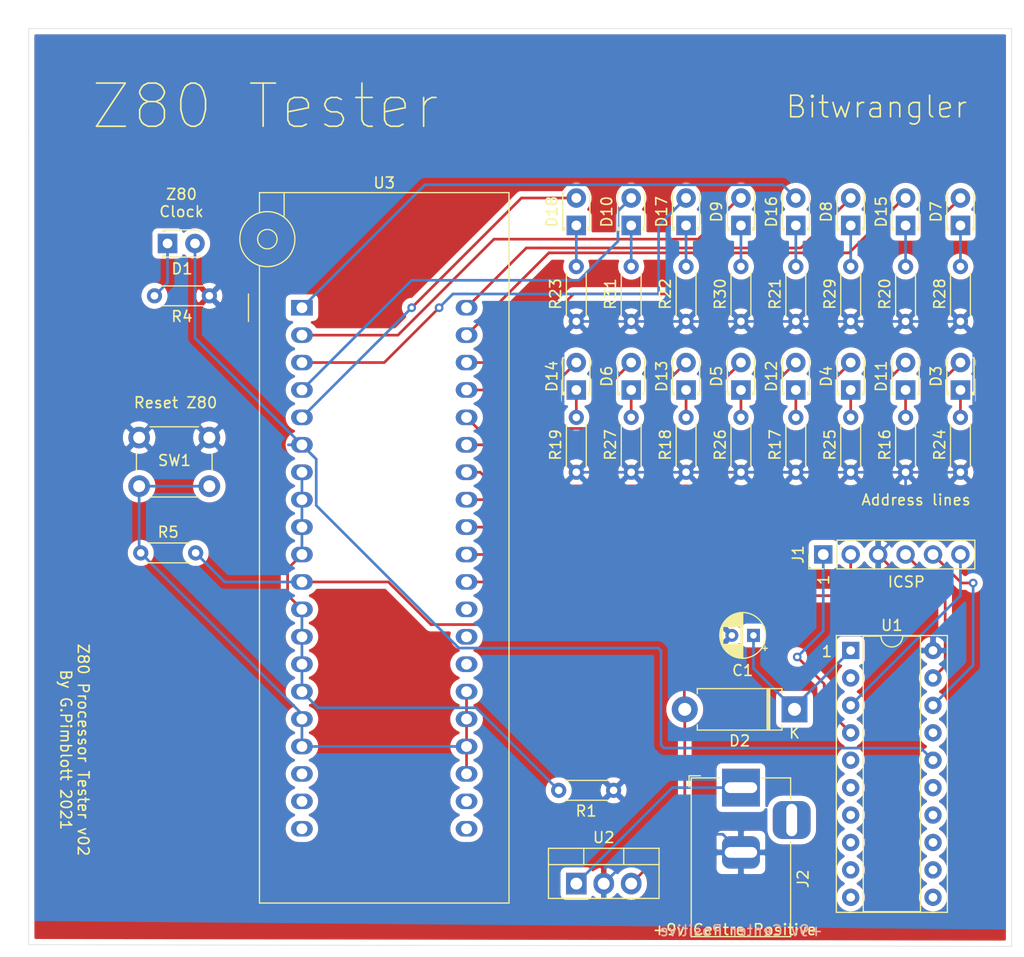
<source format=kicad_pcb>
(kicad_pcb (version 20171130) (host pcbnew "(5.1.6)-1")
  (title_block (title "Z80 Processor tester") (date 2021-01-18) (rev v02) (comment 3 "License: ") (comment 4 "Author: G.Pimblott"))
  (layers (0 F.Cu signal) (31 B.Cu signal) (34 B.Paste user hide) (35 F.Paste user hide) (36 B.SilkS user hide) (37 F.SilkS user) (38 B.Mask user hide) (39 F.Mask user hide) (44 Edge.Cuts user hide))
  (net 0 "")
  (net 1 GND)
  (net 2 "Net-(C1-Pad1)")
  (net 3 Clock)
  (net 4 "Net-(D1-Pad1)")
  (net 5 5v)
  (net 6 "Net-(D3-Pad2)")
  (net 7 "Net-(D3-Pad1)")
  (net 8 "Net-(D4-Pad2)")
  (net 9 "Net-(D4-Pad1)")
  (net 10 "Net-(D5-Pad2)")
  (net 11 "Net-(D5-Pad1)")
  (net 12 "Net-(D6-Pad2)")
  (net 13 "Net-(D6-Pad1)")
  (net 14 "Net-(D7-Pad2)")
  (net 15 "Net-(D7-Pad1)")
  (net 16 "Net-(D8-Pad2)")
  (net 17 "Net-(D8-Pad1)")
  (net 18 "Net-(D9-Pad2)")
  (net 19 "Net-(D9-Pad1)")
  (net 20 "Net-(D10-Pad2)")
  (net 21 "Net-(D10-Pad1)")
  (net 22 "Net-(D11-Pad2)")
  (net 23 "Net-(D11-Pad1)")
  (net 24 "Net-(D12-Pad2)")
  (net 25 "Net-(D12-Pad1)")
  (net 26 "Net-(D13-Pad2)")
  (net 27 "Net-(D13-Pad1)")
  (net 28 "Net-(D14-Pad2)")
  (net 29 "Net-(D14-Pad1)")
  (net 30 "Net-(D15-Pad2)")
  (net 31 "Net-(D15-Pad1)")
  (net 32 "Net-(D16-Pad2)")
  (net 33 "Net-(D16-Pad1)")
  (net 34 "Net-(D17-Pad2)")
  (net 35 "Net-(D17-Pad1)")
  (net 36 "Net-(D18-Pad2)")
  (net 37 "Net-(D18-Pad1)")
  (net 38 LVP)
  (net 39 ICSPCLK)
  (net 40 ICSPDAT)
  (net 41 MCLR)
  (net 42 "Net-(J2-Pad1)")
  (net 43 "Net-(U1-Pad10)")
  (net 44 "Net-(U1-Pad9)")
  (net 45 "Net-(U1-Pad8)")
  (net 46 "Net-(U1-Pad17)")
  (net 47 "Net-(U1-Pad7)")
  (net 48 "Net-(U1-Pad6)")
  (net 49 "Net-(U1-Pad15)")
  (net 50 "Net-(U1-Pad5)")
  (net 51 "Net-(U1-Pad14)")
  (net 52 "Net-(U1-Pad13)")
  (net 53 "Net-(U1-Pad12)")
  (net 54 "Net-(U1-Pad2)")
  (net 55 "Net-(U1-Pad11)")
  (net 56 "Net-(U3-Pad21)")
  (net 57 "Net-(U3-Pad20)")
  (net 58 "Net-(U3-Pad22)")
  (net 59 "Net-(U3-Pad19)")
  (net 60 "Net-(U3-Pad18)")
  (net 61 "Net-(U3-Pad27)")
  (net 62 "Net-(U3-Pad28)")
  (net 63 PullUp)
  (net 64 PullDown)
  (net 65 "Net-(U3-Pad29)")
  (module Connector_BarrelJack:BarrelJack_Horizontal (layer F.Cu) (at 164.04 122.75 90)
    (fp_text reference J2 (at -8.45 5.75 90) (layer F.SilkS))
    (fp_text value Barrel_Jack)
    (pad 3 thru_hole roundrect (at -3 4.7 90) (size 3.5 3.5) (drill oval 3 1) (layers *.Cu *.Mask))
    (pad 2 thru_hole roundrect (at -6 0 90) (size 3 3.5) (drill oval 1 3) (layers *.Cu *.Mask) (net 1 GND))
    (pad 1 thru_hole rect (at 0 0 90) (size 3.5 3.5) (drill oval 1 3) (layers *.Cu *.Mask) (net 42 "Net-(J2-Pad1)"))
  )
  (module Resistor_THT:R_Axial_DIN0204_L3.6mm_D1.6mm_P5.08mm_Horizontal (layer F.Cu) (at 152.25 123 180)
    (fp_text reference R1 (at 2.54 -1.92) (layer F.SilkS))
    (fp_text value 10K)
    (pad 2 thru_hole oval (at 5.08 0 180) (size 1.4 1.4) (drill 0.7) (layers *.Cu *.Mask) (net 64 PullDown))
    (pad 1 thru_hole circle (at 0 0 180) (size 1.4 1.4) (drill 0.7) (layers *.Cu *.Mask) (net 1 GND))
  )
  (module Socket:DIP_Socket-40_W11.9_W12.7_W15.24_W17.78_W18.5_3M_240-1280-00-0602J (layer F.Cu) (at 123.4 78.3)
    (fp_text reference U3 (at 7.62 -11.56) (layer F.SilkS))
    (fp_text value Z80CPU)
    (pad 21 thru_hole oval (at 15.24 48.26) (size 2 1.44) (drill 1) (layers *.Cu *.Mask) (net 56 "Net-(U3-Pad21)"))
    (pad 20 thru_hole oval (at 0 48.26) (size 2 1.44) (drill 1) (layers *.Cu *.Mask) (net 57 "Net-(U3-Pad20)"))
    (pad 22 thru_hole oval (at 15.24 45.72) (size 2 1.44) (drill 1) (layers *.Cu *.Mask) (net 58 "Net-(U3-Pad22)"))
    (pad 19 thru_hole oval (at 0 45.72) (size 2 1.44) (drill 1) (layers *.Cu *.Mask) (net 59 "Net-(U3-Pad19)"))
    (pad 23 thru_hole oval (at 15.24 43.18) (size 2 1.44) (drill 1) (layers *.Cu *.Mask) (net 63 PullUp))
    (pad 18 thru_hole oval (at 0 43.18) (size 2 1.44) (drill 1) (layers *.Cu *.Mask) (net 60 "Net-(U3-Pad18)"))
    (pad 24 thru_hole oval (at 15.24 40.64) (size 2 1.44) (drill 1) (layers *.Cu *.Mask) (net 63 PullUp))
    (pad 17 thru_hole oval (at 0 40.64) (size 2 1.44) (drill 1) (layers *.Cu *.Mask) (net 63 PullUp))
    (pad 25 thru_hole oval (at 15.24 38.1) (size 2 1.44) (drill 1) (layers *.Cu *.Mask) (net 63 PullUp))
    (pad 16 thru_hole oval (at 0 38.1) (size 2 1.44) (drill 1) (layers *.Cu *.Mask) (net 63 PullUp))
    (pad 26 thru_hole oval (at 15.24 35.56) (size 2 1.44) (drill 1) (layers *.Cu *.Mask) (net 63 PullUp))
    (pad 15 thru_hole oval (at 0 35.56) (size 2 1.44) (drill 1) (layers *.Cu *.Mask) (net 64 PullDown))
    (pad 27 thru_hole oval (at 15.24 33.02) (size 2 1.44) (drill 1) (layers *.Cu *.Mask) (net 61 "Net-(U3-Pad27)"))
    (pad 14 thru_hole oval (at 0 33.02) (size 2 1.44) (drill 1) (layers *.Cu *.Mask) (net 64 PullDown))
    (pad 28 thru_hole oval (at 15.24 30.48) (size 2 1.44) (drill 1) (layers *.Cu *.Mask) (net 62 "Net-(U3-Pad28)"))
    (pad 13 thru_hole oval (at 0 30.48) (size 2 1.44) (drill 1) (layers *.Cu *.Mask) (net 64 PullDown))
    (pad 29 thru_hole oval (at 15.24 27.94) (size 2 1.44) (drill 1) (layers *.Cu *.Mask) (net 65 "Net-(U3-Pad29)"))
    (pad 12 thru_hole oval (at 0 27.94) (size 2 1.44) (drill 1) (layers *.Cu *.Mask) (net 64 PullDown))
    (pad 30 thru_hole oval (at 15.24 25.4) (size 2 1.44) (drill 1) (layers *.Cu *.Mask) (net 6 "Net-(D3-Pad2)"))
    (pad 11 thru_hole oval (at 0 25.4) (size 2 1.44) (drill 1) (layers *.Cu *.Mask) (net 5 5v))
    (pad 31 thru_hole oval (at 15.24 22.86) (size 2 1.44) (drill 1) (layers *.Cu *.Mask) (net 22 "Net-(D11-Pad2)"))
    (pad 10 thru_hole oval (at 0 22.86) (size 2 1.44) (drill 1) (layers *.Cu *.Mask) (net 64 PullDown))
    (pad 32 thru_hole oval (at 15.24 20.32) (size 2 1.44) (drill 1) (layers *.Cu *.Mask) (net 8 "Net-(D4-Pad2)"))
    (pad 9 thru_hole oval (at 0 20.32) (size 2 1.44) (drill 1) (layers *.Cu *.Mask) (net 64 PullDown))
    (pad 33 thru_hole oval (at 15.24 17.78) (size 2 1.44) (drill 1) (layers *.Cu *.Mask) (net 24 "Net-(D12-Pad2)"))
    (pad 8 thru_hole oval (at 0 17.78) (size 2 1.44) (drill 1) (layers *.Cu *.Mask) (net 64 PullDown))
    (pad 34 thru_hole oval (at 15.24 15.24) (size 2 1.44) (drill 1) (layers *.Cu *.Mask) (net 10 "Net-(D5-Pad2)"))
    (pad 7 thru_hole oval (at 0 15.24) (size 2 1.44) (drill 1) (layers *.Cu *.Mask) (net 64 PullDown))
    (pad 35 thru_hole oval (at 15.24 12.7) (size 2 1.44) (drill 1) (layers *.Cu *.Mask) (net 26 "Net-(D13-Pad2)"))
    (pad 6 thru_hole oval (at 0 12.7) (size 2 1.44) (drill 1) (layers *.Cu *.Mask) (net 3 Clock))
    (pad 36 thru_hole oval (at 15.24 10.16) (size 2 1.44) (drill 1) (layers *.Cu *.Mask) (net 12 "Net-(D6-Pad2)"))
    (pad 5 thru_hole oval (at 0 10.16) (size 2 1.44) (drill 1) (layers *.Cu *.Mask) (net 36 "Net-(D18-Pad2)"))
    (pad 37 thru_hole oval (at 15.24 7.62) (size 2 1.44) (drill 1) (layers *.Cu *.Mask) (net 28 "Net-(D14-Pad2)"))
    (pad 4 thru_hole oval (at 0 7.62) (size 2 1.44) (drill 1) (layers *.Cu *.Mask) (net 20 "Net-(D10-Pad2)"))
    (pad 38 thru_hole oval (at 15.24 5.08) (size 2 1.44) (drill 1) (layers *.Cu *.Mask) (net 14 "Net-(D7-Pad2)"))
    (pad 3 thru_hole oval (at 0 5.08) (size 2 1.44) (drill 1) (layers *.Cu *.Mask) (net 34 "Net-(D17-Pad2)"))
    (pad 39 thru_hole oval (at 15.24 2.54) (size 2 1.44) (drill 1) (layers *.Cu *.Mask) (net 30 "Net-(D15-Pad2)"))
    (pad 2 thru_hole oval (at 0 2.54) (size 2 1.44) (drill 1) (layers *.Cu *.Mask) (net 18 "Net-(D9-Pad2)"))
    (pad 40 thru_hole oval (at 15.24 0) (size 2 1.44) (drill 1) (layers *.Cu *.Mask) (net 16 "Net-(D8-Pad2)"))
    (pad 1 thru_hole rect (at 0 0) (size 2 1.44) (drill 1) (layers *.Cu *.Mask) (net 32 "Net-(D16-Pad2)"))
  )
  (module LED_THT:LED_D1.8mm_W3.3mm_H2.4mm (layer F.Cu) (at 164.04 70.68 90)
    (fp_text reference D9 (at 1.27 -2.26 90) (layer F.SilkS))
    (fp_text value LED)
    (pad 2 thru_hole circle (at 2.54 0 90) (size 1.8 1.8) (drill 0.9) (layers *.Cu *.Mask) (net 18 "Net-(D9-Pad2)"))
    (pad 1 thru_hole rect (at 0 0 90) (size 1.8 1.8) (drill 0.9) (layers *.Cu *.Mask) (net 19 "Net-(D9-Pad1)"))
  )
  (module Connector_PinHeader_2.54mm:PinHeader_1x06_P2.54mm_Vertical (layer F.Cu) (at 171.66 101.16 90)
    (fp_text reference J1 (at 0 -2.33 90) (layer F.SilkS))
    (fp_text value Conn_PIC_ICSP_ICD)
    (pad 6 thru_hole oval (at 0 12.7 90) (size 1.7 1.7) (drill 1) (layers *.Cu *.Mask) (net 38 LVP))
    (pad 5 thru_hole oval (at 0 10.16 90) (size 1.7 1.7) (drill 1) (layers *.Cu *.Mask) (net 39 ICSPCLK))
    (pad 4 thru_hole oval (at 0 7.62 90) (size 1.7 1.7) (drill 1) (layers *.Cu *.Mask) (net 40 ICSPDAT))
    (pad 3 thru_hole oval (at 0 5.08 90) (size 1.7 1.7) (drill 1) (layers *.Cu *.Mask) (net 1 GND))
    (pad 2 thru_hole oval (at 0 2.54 90) (size 1.7 1.7) (drill 1) (layers *.Cu *.Mask) (net 5 5v))
    (pad 1 thru_hole rect (at 0 0 90) (size 1.7 1.7) (drill 1) (layers *.Cu *.Mask) (net 41 MCLR))
  )
  (module Diode_THT:D_DO-15_P10.16mm_Horizontal (layer F.Cu) (at 169 115.5 180)
    (fp_text reference D2 (at 5.08 -2.92) (layer F.SilkS))
    (fp_text value 12V)
    (fp_text user K (at 0 -2.2) (layer F.SilkS))
    (pad 2 thru_hole oval (at 10.16 0 180) (size 2.4 2.4) (drill 1.2) (layers *.Cu *.Mask) (net 5 5v))
    (pad 1 thru_hole rect (at 0 0 180) (size 2.4 2.4) (drill 1.2) (layers *.Cu *.Mask) (net 2 "Net-(C1-Pad1)"))
  )
  (module Package_TO_SOT_THT:TO-220-3_Vertical (layer F.Cu) (at 148.8 131.64)
    (fp_text reference U2 (at 2.54 -4.27) (layer F.SilkS))
    (fp_text value L7805)
    (pad 3 thru_hole oval (at 5.08 0) (size 1.905 2) (drill 1.1) (layers *.Cu *.Mask) (net 5 5v))
    (pad 2 thru_hole oval (at 2.54 0) (size 1.905 2) (drill 1.1) (layers *.Cu *.Mask) (net 1 GND))
    (pad 1 thru_hole rect (at 0 0) (size 1.905 2) (drill 1.1) (layers *.Cu *.Mask) (net 42 "Net-(J2-Pad1)"))
  )
  (module Package_DIP:DIP-20_W7.62mm_Socket (layer F.Cu) (at 174.2 110.05)
    (fp_text reference U1 (at 3.81 -2.33) (layer F.SilkS))
    (fp_text value PIC16F690-IP)
    (pad 20 thru_hole oval (at 7.62 0) (size 1.6 1.6) (drill 0.8) (layers *.Cu *.Mask) (net 1 GND))
    (pad 10 thru_hole oval (at 0 22.86) (size 1.6 1.6) (drill 0.8) (layers *.Cu *.Mask) (net 43 "Net-(U1-Pad10)"))
    (pad 19 thru_hole oval (at 7.62 2.54) (size 1.6 1.6) (drill 0.8) (layers *.Cu *.Mask) (net 40 ICSPDAT))
    (pad 9 thru_hole oval (at 0 20.32) (size 1.6 1.6) (drill 0.8) (layers *.Cu *.Mask) (net 44 "Net-(U1-Pad9)"))
    (pad 18 thru_hole oval (at 7.62 5.08) (size 1.6 1.6) (drill 0.8) (layers *.Cu *.Mask) (net 39 ICSPCLK))
    (pad 8 thru_hole oval (at 0 17.78) (size 1.6 1.6) (drill 0.8) (layers *.Cu *.Mask) (net 45 "Net-(U1-Pad8)"))
    (pad 17 thru_hole oval (at 7.62 7.62) (size 1.6 1.6) (drill 0.8) (layers *.Cu *.Mask) (net 46 "Net-(U1-Pad17)"))
    (pad 7 thru_hole oval (at 0 15.24) (size 1.6 1.6) (drill 0.8) (layers *.Cu *.Mask) (net 47 "Net-(U1-Pad7)"))
    (pad 16 thru_hole oval (at 7.62 10.16) (size 1.6 1.6) (drill 0.8) (layers *.Cu *.Mask) (net 3 Clock))
    (pad 6 thru_hole oval (at 0 12.7) (size 1.6 1.6) (drill 0.8) (layers *.Cu *.Mask) (net 48 "Net-(U1-Pad6)"))
    (pad 15 thru_hole oval (at 7.62 12.7) (size 1.6 1.6) (drill 0.8) (layers *.Cu *.Mask) (net 49 "Net-(U1-Pad15)"))
    (pad 5 thru_hole oval (at 0 10.16) (size 1.6 1.6) (drill 0.8) (layers *.Cu *.Mask) (net 50 "Net-(U1-Pad5)"))
    (pad 14 thru_hole oval (at 7.62 15.24) (size 1.6 1.6) (drill 0.8) (layers *.Cu *.Mask) (net 51 "Net-(U1-Pad14)"))
    (pad 4 thru_hole oval (at 0 7.62) (size 1.6 1.6) (drill 0.8) (layers *.Cu *.Mask) (net 41 MCLR))
    (pad 13 thru_hole oval (at 7.62 17.78) (size 1.6 1.6) (drill 0.8) (layers *.Cu *.Mask) (net 52 "Net-(U1-Pad13)"))
    (pad 3 thru_hole oval (at 0 5.08) (size 1.6 1.6) (drill 0.8) (layers *.Cu *.Mask) (net 38 LVP))
    (pad 12 thru_hole oval (at 7.62 20.32) (size 1.6 1.6) (drill 0.8) (layers *.Cu *.Mask) (net 53 "Net-(U1-Pad12)"))
    (pad 2 thru_hole oval (at 0 2.54) (size 1.6 1.6) (drill 0.8) (layers *.Cu *.Mask) (net 54 "Net-(U1-Pad2)"))
    (pad 11 thru_hole oval (at 7.62 22.86) (size 1.6 1.6) (drill 0.8) (layers *.Cu *.Mask) (net 55 "Net-(U1-Pad11)"))
    (pad 1 thru_hole rect (at 0 0) (size 1.6 1.6) (drill 0.8) (layers *.Cu *.Mask) (net 2 "Net-(C1-Pad1)"))
  )
  (module Button_Switch_THT:SW_PUSH_6mm (layer F.Cu) (at 114.83 94.83 180)
    (fp_text reference SW1 (at 3.23 2.38) (layer F.SilkS))
    (fp_text value SW_Push_Dual)
    (pad 1 thru_hole circle (at 6.5 0 270) (size 2 2) (drill 1.1) (layers *.Cu *.Mask) (net 63 PullUp))
    (pad 2 thru_hole circle (at 6.5 4.5 270) (size 2 2) (drill 1.1) (layers *.Cu *.Mask) (net 1 GND))
    (pad 1 thru_hole circle (at 0 0 270) (size 2 2) (drill 1.1) (layers *.Cu *.Mask) (net 63 PullUp))
    (pad 2 thru_hole circle (at 0 4.5 270) (size 2 2) (drill 1.1) (layers *.Cu *.Mask) (net 1 GND))
  )
  (module Resistor_THT:R_Axial_DIN0204_L3.6mm_D1.6mm_P5.08mm_Horizontal (layer F.Cu) (at 153.88 79.57 90)
    (fp_text reference R31 (at 2.54 -1.92 90) (layer F.SilkS))
    (fp_text value 150)
    (pad 2 thru_hole oval (at 5.08 0 90) (size 1.4 1.4) (drill 0.7) (layers *.Cu *.Mask) (net 21 "Net-(D10-Pad1)"))
    (pad 1 thru_hole circle (at 0 0 90) (size 1.4 1.4) (drill 0.7) (layers *.Cu *.Mask) (net 1 GND))
  )
  (module Resistor_THT:R_Axial_DIN0204_L3.6mm_D1.6mm_P5.08mm_Horizontal (layer F.Cu) (at 164.04 79.57 90)
    (fp_text reference R30 (at 2.54 -1.92 90) (layer F.SilkS))
    (fp_text value 150)
    (pad 2 thru_hole oval (at 5.08 0 90) (size 1.4 1.4) (drill 0.7) (layers *.Cu *.Mask) (net 19 "Net-(D9-Pad1)"))
    (pad 1 thru_hole circle (at 0 0 90) (size 1.4 1.4) (drill 0.7) (layers *.Cu *.Mask) (net 1 GND))
  )
  (module Resistor_THT:R_Axial_DIN0204_L3.6mm_D1.6mm_P5.08mm_Horizontal (layer F.Cu) (at 174.2 79.57 90)
    (fp_text reference R29 (at 2.54 -1.92 90) (layer F.SilkS))
    (fp_text value 150)
    (pad 2 thru_hole oval (at 5.08 0 90) (size 1.4 1.4) (drill 0.7) (layers *.Cu *.Mask) (net 17 "Net-(D8-Pad1)"))
    (pad 1 thru_hole circle (at 0 0 90) (size 1.4 1.4) (drill 0.7) (layers *.Cu *.Mask) (net 1 GND))
  )
  (module Resistor_THT:R_Axial_DIN0204_L3.6mm_D1.6mm_P5.08mm_Horizontal (layer F.Cu) (at 184.36 79.57 90)
    (fp_text reference R28 (at 2.54 -1.92 90) (layer F.SilkS))
    (fp_text value 150)
    (pad 2 thru_hole oval (at 5.08 0 90) (size 1.4 1.4) (drill 0.7) (layers *.Cu *.Mask) (net 15 "Net-(D7-Pad1)"))
    (pad 1 thru_hole circle (at 0 0 90) (size 1.4 1.4) (drill 0.7) (layers *.Cu *.Mask) (net 1 GND))
  )
  (module Resistor_THT:R_Axial_DIN0204_L3.6mm_D1.6mm_P5.08mm_Horizontal (layer F.Cu) (at 153.88 93.54 90)
    (fp_text reference R27 (at 2.54 -1.92 90) (layer F.SilkS))
    (fp_text value 150)
    (pad 2 thru_hole oval (at 5.08 0 90) (size 1.4 1.4) (drill 0.7) (layers *.Cu *.Mask) (net 13 "Net-(D6-Pad1)"))
    (pad 1 thru_hole circle (at 0 0 90) (size 1.4 1.4) (drill 0.7) (layers *.Cu *.Mask) (net 1 GND))
  )
  (module Resistor_THT:R_Axial_DIN0204_L3.6mm_D1.6mm_P5.08mm_Horizontal (layer F.Cu) (at 164.04 93.54 90)
    (fp_text reference R26 (at 2.54 -1.92 90) (layer F.SilkS))
    (fp_text value 150)
    (pad 2 thru_hole oval (at 5.08 0 90) (size 1.4 1.4) (drill 0.7) (layers *.Cu *.Mask) (net 11 "Net-(D5-Pad1)"))
    (pad 1 thru_hole circle (at 0 0 90) (size 1.4 1.4) (drill 0.7) (layers *.Cu *.Mask) (net 1 GND))
  )
  (module Resistor_THT:R_Axial_DIN0204_L3.6mm_D1.6mm_P5.08mm_Horizontal (layer F.Cu) (at 174.2 93.54 90)
    (fp_text reference R25 (at 2.54 -1.92 90) (layer F.SilkS))
    (fp_text value 150)
    (pad 2 thru_hole oval (at 5.08 0 90) (size 1.4 1.4) (drill 0.7) (layers *.Cu *.Mask) (net 9 "Net-(D4-Pad1)"))
    (pad 1 thru_hole circle (at 0 0 90) (size 1.4 1.4) (drill 0.7) (layers *.Cu *.Mask) (net 1 GND))
  )
  (module Resistor_THT:R_Axial_DIN0204_L3.6mm_D1.6mm_P5.08mm_Horizontal (layer F.Cu) (at 184.36 93.54 90)
    (fp_text reference R24 (at 2.54 -1.92 90) (layer F.SilkS))
    (fp_text value 150)
    (pad 2 thru_hole oval (at 5.08 0 90) (size 1.4 1.4) (drill 0.7) (layers *.Cu *.Mask) (net 7 "Net-(D3-Pad1)"))
    (pad 1 thru_hole circle (at 0 0 90) (size 1.4 1.4) (drill 0.7) (layers *.Cu *.Mask) (net 1 GND))
  )
  (module Resistor_THT:R_Axial_DIN0204_L3.6mm_D1.6mm_P5.08mm_Horizontal (layer F.Cu) (at 148.8 79.57 90)
    (fp_text reference R23 (at 2.54 -1.92 90) (layer F.SilkS))
    (fp_text value 150)
    (pad 2 thru_hole oval (at 5.08 0 90) (size 1.4 1.4) (drill 0.7) (layers *.Cu *.Mask) (net 37 "Net-(D18-Pad1)"))
    (pad 1 thru_hole circle (at 0 0 90) (size 1.4 1.4) (drill 0.7) (layers *.Cu *.Mask) (net 1 GND))
  )
  (module Resistor_THT:R_Axial_DIN0204_L3.6mm_D1.6mm_P5.08mm_Horizontal (layer F.Cu) (at 158.96 79.57 90)
    (fp_text reference R22 (at 2.54 -1.92 90) (layer F.SilkS))
    (fp_text value 150)
    (pad 2 thru_hole oval (at 5.08 0 90) (size 1.4 1.4) (drill 0.7) (layers *.Cu *.Mask) (net 35 "Net-(D17-Pad1)"))
    (pad 1 thru_hole circle (at 0 0 90) (size 1.4 1.4) (drill 0.7) (layers *.Cu *.Mask) (net 1 GND))
  )
  (module Resistor_THT:R_Axial_DIN0204_L3.6mm_D1.6mm_P5.08mm_Horizontal (layer F.Cu) (at 169.12 79.57 90)
    (fp_text reference R21 (at 2.54 -1.92 90) (layer F.SilkS))
    (fp_text value 150)
    (pad 2 thru_hole oval (at 5.08 0 90) (size 1.4 1.4) (drill 0.7) (layers *.Cu *.Mask) (net 33 "Net-(D16-Pad1)"))
    (pad 1 thru_hole circle (at 0 0 90) (size 1.4 1.4) (drill 0.7) (layers *.Cu *.Mask) (net 1 GND))
  )
  (module Resistor_THT:R_Axial_DIN0204_L3.6mm_D1.6mm_P5.08mm_Horizontal (layer F.Cu) (at 179.28 79.57 90)
    (fp_text reference R20 (at 2.54 -1.92 90) (layer F.SilkS))
    (fp_text value 150)
    (pad 2 thru_hole oval (at 5.08 0 90) (size 1.4 1.4) (drill 0.7) (layers *.Cu *.Mask) (net 31 "Net-(D15-Pad1)"))
    (pad 1 thru_hole circle (at 0 0 90) (size 1.4 1.4) (drill 0.7) (layers *.Cu *.Mask) (net 1 GND))
  )
  (module Resistor_THT:R_Axial_DIN0204_L3.6mm_D1.6mm_P5.08mm_Horizontal (layer F.Cu) (at 148.8 93.54 90)
    (fp_text reference R19 (at 2.54 -1.92 90) (layer F.SilkS))
    (fp_text value 150)
    (pad 2 thru_hole oval (at 5.08 0 90) (size 1.4 1.4) (drill 0.7) (layers *.Cu *.Mask) (net 29 "Net-(D14-Pad1)"))
    (pad 1 thru_hole circle (at 0 0 90) (size 1.4 1.4) (drill 0.7) (layers *.Cu *.Mask) (net 1 GND))
  )
  (module Resistor_THT:R_Axial_DIN0204_L3.6mm_D1.6mm_P5.08mm_Horizontal (layer F.Cu) (at 158.96 93.54 90)
    (fp_text reference R18 (at 2.54 -1.92 90) (layer F.SilkS))
    (fp_text value 150)
    (pad 2 thru_hole oval (at 5.08 0 90) (size 1.4 1.4) (drill 0.7) (layers *.Cu *.Mask) (net 27 "Net-(D13-Pad1)"))
    (pad 1 thru_hole circle (at 0 0 90) (size 1.4 1.4) (drill 0.7) (layers *.Cu *.Mask) (net 1 GND))
  )
  (module Resistor_THT:R_Axial_DIN0204_L3.6mm_D1.6mm_P5.08mm_Horizontal (layer F.Cu) (at 169.12 93.54 90)
    (fp_text reference R17 (at 2.54 -1.92 90) (layer F.SilkS))
    (fp_text value 150)
    (pad 2 thru_hole oval (at 5.08 0 90) (size 1.4 1.4) (drill 0.7) (layers *.Cu *.Mask) (net 25 "Net-(D12-Pad1)"))
    (pad 1 thru_hole circle (at 0 0 90) (size 1.4 1.4) (drill 0.7) (layers *.Cu *.Mask) (net 1 GND))
  )
  (module Resistor_THT:R_Axial_DIN0204_L3.6mm_D1.6mm_P5.08mm_Horizontal (layer F.Cu) (at 179.28 93.54 90)
    (fp_text reference R16 (at 2.54 -1.92 90) (layer F.SilkS))
    (fp_text value 150)
    (pad 2 thru_hole oval (at 5.08 0 90) (size 1.4 1.4) (drill 0.7) (layers *.Cu *.Mask) (net 23 "Net-(D11-Pad1)"))
    (pad 1 thru_hole circle (at 0 0 90) (size 1.4 1.4) (drill 0.7) (layers *.Cu *.Mask) (net 1 GND))
  )
  (module Resistor_THT:R_Axial_DIN0204_L3.6mm_D1.6mm_P5.08mm_Horizontal (layer F.Cu) (at 108.48 101.01)
    (fp_text reference R5 (at 2.54 -1.92) (layer F.SilkS))
    (fp_text value 10k)
    (pad 2 thru_hole oval (at 5.08 0) (size 1.4 1.4) (drill 0.7) (layers *.Cu *.Mask) (net 5 5v))
    (pad 1 thru_hole circle (at 0 0) (size 1.4 1.4) (drill 0.7) (layers *.Cu *.Mask) (net 63 PullUp))
  )
  (module Resistor_THT:R_Axial_DIN0204_L3.6mm_D1.6mm_P5.08mm_Horizontal (layer F.Cu) (at 114.83 77.2 180)
    (fp_text reference R4 (at 2.54 -1.92) (layer F.SilkS))
    (fp_text value 150)
    (pad 2 thru_hole oval (at 5.08 0 180) (size 1.4 1.4) (drill 0.7) (layers *.Cu *.Mask) (net 4 "Net-(D1-Pad1)"))
    (pad 1 thru_hole circle (at 0 0 180) (size 1.4 1.4) (drill 0.7) (layers *.Cu *.Mask) (net 1 GND))
  )
  (module LED_THT:LED_D1.8mm_W3.3mm_H2.4mm (layer F.Cu) (at 148.8 70.68 90)
    (fp_text reference D18 (at 1.27 -2.26 90) (layer F.SilkS))
    (fp_text value LED)
    (pad 2 thru_hole circle (at 2.54 0 90) (size 1.8 1.8) (drill 0.9) (layers *.Cu *.Mask) (net 36 "Net-(D18-Pad2)"))
    (pad 1 thru_hole rect (at 0 0 90) (size 1.8 1.8) (drill 0.9) (layers *.Cu *.Mask) (net 37 "Net-(D18-Pad1)"))
  )
  (module LED_THT:LED_D1.8mm_W3.3mm_H2.4mm (layer F.Cu) (at 158.96 70.68 90)
    (fp_text reference D17 (at 1.27 -2.26 90) (layer F.SilkS))
    (fp_text value LED)
    (pad 2 thru_hole circle (at 2.54 0 90) (size 1.8 1.8) (drill 0.9) (layers *.Cu *.Mask) (net 34 "Net-(D17-Pad2)"))
    (pad 1 thru_hole rect (at 0 0 90) (size 1.8 1.8) (drill 0.9) (layers *.Cu *.Mask) (net 35 "Net-(D17-Pad1)"))
  )
  (module LED_THT:LED_D1.8mm_W3.3mm_H2.4mm (layer F.Cu) (at 169.12 70.68 90)
    (fp_text reference D16 (at 1.27 -2.26 90) (layer F.SilkS))
    (fp_text value LED)
    (pad 2 thru_hole circle (at 2.54 0 90) (size 1.8 1.8) (drill 0.9) (layers *.Cu *.Mask) (net 32 "Net-(D16-Pad2)"))
    (pad 1 thru_hole rect (at 0 0 90) (size 1.8 1.8) (drill 0.9) (layers *.Cu *.Mask) (net 33 "Net-(D16-Pad1)"))
  )
  (module LED_THT:LED_D1.8mm_W3.3mm_H2.4mm (layer F.Cu) (at 179.28 70.68 90)
    (fp_text reference D15 (at 1.27 -2.26 90) (layer F.SilkS))
    (fp_text value LED)
    (pad 2 thru_hole circle (at 2.54 0 90) (size 1.8 1.8) (drill 0.9) (layers *.Cu *.Mask) (net 30 "Net-(D15-Pad2)"))
    (pad 1 thru_hole rect (at 0 0 90) (size 1.8 1.8) (drill 0.9) (layers *.Cu *.Mask) (net 31 "Net-(D15-Pad1)"))
  )
  (module LED_THT:LED_D1.8mm_W3.3mm_H2.4mm (layer F.Cu) (at 148.8 85.92 90)
    (fp_text reference D14 (at 1.27 -2.26 90) (layer F.SilkS))
    (fp_text value LED)
    (pad 2 thru_hole circle (at 2.54 0 90) (size 1.8 1.8) (drill 0.9) (layers *.Cu *.Mask) (net 28 "Net-(D14-Pad2)"))
    (pad 1 thru_hole rect (at 0 0 90) (size 1.8 1.8) (drill 0.9) (layers *.Cu *.Mask) (net 29 "Net-(D14-Pad1)"))
  )
  (module LED_THT:LED_D1.8mm_W3.3mm_H2.4mm (layer F.Cu) (at 158.96 85.92 90)
    (fp_text reference D13 (at 1.27 -2.26 90) (layer F.SilkS))
    (fp_text value LED)
    (pad 2 thru_hole circle (at 2.54 0 90) (size 1.8 1.8) (drill 0.9) (layers *.Cu *.Mask) (net 26 "Net-(D13-Pad2)"))
    (pad 1 thru_hole rect (at 0 0 90) (size 1.8 1.8) (drill 0.9) (layers *.Cu *.Mask) (net 27 "Net-(D13-Pad1)"))
  )
  (module LED_THT:LED_D1.8mm_W3.3mm_H2.4mm (layer F.Cu) (at 169.12 85.92 90)
    (fp_text reference D12 (at 1.27 -2.26 90) (layer F.SilkS))
    (fp_text value LED)
    (pad 2 thru_hole circle (at 2.54 0 90) (size 1.8 1.8) (drill 0.9) (layers *.Cu *.Mask) (net 24 "Net-(D12-Pad2)"))
    (pad 1 thru_hole rect (at 0 0 90) (size 1.8 1.8) (drill 0.9) (layers *.Cu *.Mask) (net 25 "Net-(D12-Pad1)"))
  )
  (module LED_THT:LED_D1.8mm_W3.3mm_H2.4mm (layer F.Cu) (at 179.28 85.92 90)
    (fp_text reference D11 (at 1.27 -2.26 90) (layer F.SilkS))
    (fp_text value LED)
    (pad 2 thru_hole circle (at 2.54 0 90) (size 1.8 1.8) (drill 0.9) (layers *.Cu *.Mask) (net 22 "Net-(D11-Pad2)"))
    (pad 1 thru_hole rect (at 0 0 90) (size 1.8 1.8) (drill 0.9) (layers *.Cu *.Mask) (net 23 "Net-(D11-Pad1)"))
  )
  (module LED_THT:LED_D1.8mm_W3.3mm_H2.4mm (layer F.Cu) (at 153.88 70.68 90)
    (fp_text reference D10 (at 1.27 -2.26 90) (layer F.SilkS))
    (fp_text value LED)
    (pad 2 thru_hole circle (at 2.54 0 90) (size 1.8 1.8) (drill 0.9) (layers *.Cu *.Mask) (net 20 "Net-(D10-Pad2)"))
    (pad 1 thru_hole rect (at 0 0 90) (size 1.8 1.8) (drill 0.9) (layers *.Cu *.Mask) (net 21 "Net-(D10-Pad1)"))
  )
  (module LED_THT:LED_D1.8mm_W3.3mm_H2.4mm (layer F.Cu) (at 174.2 70.68 90)
    (fp_text reference D8 (at 1.27 -2.26 90) (layer F.SilkS))
    (fp_text value LED)
    (pad 2 thru_hole circle (at 2.54 0 90) (size 1.8 1.8) (drill 0.9) (layers *.Cu *.Mask) (net 16 "Net-(D8-Pad2)"))
    (pad 1 thru_hole rect (at 0 0 90) (size 1.8 1.8) (drill 0.9) (layers *.Cu *.Mask) (net 17 "Net-(D8-Pad1)"))
  )
  (module LED_THT:LED_D1.8mm_W3.3mm_H2.4mm (layer F.Cu) (at 184.36 70.68 90)
    (fp_text reference D7 (at 1.27 -2.26 90) (layer F.SilkS))
    (fp_text value LED)
    (pad 2 thru_hole circle (at 2.54 0 90) (size 1.8 1.8) (drill 0.9) (layers *.Cu *.Mask) (net 14 "Net-(D7-Pad2)"))
    (pad 1 thru_hole rect (at 0 0 90) (size 1.8 1.8) (drill 0.9) (layers *.Cu *.Mask) (net 15 "Net-(D7-Pad1)"))
  )
  (module LED_THT:LED_D1.8mm_W3.3mm_H2.4mm (layer F.Cu) (at 153.88 85.92 90)
    (fp_text reference D6 (at 1.27 -2.26 90) (layer F.SilkS))
    (fp_text value LED)
    (pad 2 thru_hole circle (at 2.54 0 90) (size 1.8 1.8) (drill 0.9) (layers *.Cu *.Mask) (net 12 "Net-(D6-Pad2)"))
    (pad 1 thru_hole rect (at 0 0 90) (size 1.8 1.8) (drill 0.9) (layers *.Cu *.Mask) (net 13 "Net-(D6-Pad1)"))
  )
  (module LED_THT:LED_D1.8mm_W3.3mm_H2.4mm (layer F.Cu) (at 164.04 85.92 90)
    (fp_text reference D5 (at 1.27 -2.26 90) (layer F.SilkS))
    (fp_text value LED)
    (pad 2 thru_hole circle (at 2.54 0 90) (size 1.8 1.8) (drill 0.9) (layers *.Cu *.Mask) (net 10 "Net-(D5-Pad2)"))
    (pad 1 thru_hole rect (at 0 0 90) (size 1.8 1.8) (drill 0.9) (layers *.Cu *.Mask) (net 11 "Net-(D5-Pad1)"))
  )
  (module LED_THT:LED_D1.8mm_W3.3mm_H2.4mm (layer F.Cu) (at 174.2 85.92 90)
    (fp_text reference D4 (at 1.27 -2.26 90) (layer F.SilkS))
    (fp_text value LED)
    (pad 2 thru_hole circle (at 2.54 0 90) (size 1.8 1.8) (drill 0.9) (layers *.Cu *.Mask) (net 8 "Net-(D4-Pad2)"))
    (pad 1 thru_hole rect (at 0 0 90) (size 1.8 1.8) (drill 0.9) (layers *.Cu *.Mask) (net 9 "Net-(D4-Pad1)"))
  )
  (module LED_THT:LED_D1.8mm_W3.3mm_H2.4mm (layer F.Cu) (at 184.36 85.92 90)
    (fp_text reference D3 (at 1.27 -2.26 90) (layer F.SilkS))
    (fp_text value LED)
    (pad 2 thru_hole circle (at 2.54 0 90) (size 1.8 1.8) (drill 0.9) (layers *.Cu *.Mask) (net 6 "Net-(D3-Pad2)"))
    (pad 1 thru_hole rect (at 0 0 90) (size 1.8 1.8) (drill 0.9) (layers *.Cu *.Mask) (net 7 "Net-(D3-Pad1)"))
  )
  (module LED_THT:LED_D1.8mm_W3.3mm_H2.4mm (layer F.Cu) (at 110.96 72.35)
    (fp_text reference D1 (at 1.34 2.35) (layer F.SilkS))
    (fp_text value LED)
    (pad 2 thru_hole circle (at 2.54 0) (size 1.8 1.8) (drill 0.9) (layers *.Cu *.Mask) (net 3 Clock))
    (pad 1 thru_hole rect (at 0 0) (size 1.8 1.8) (drill 0.9) (layers *.Cu *.Mask) (net 4 "Net-(D1-Pad1)"))
  )
  (module Capacitor_THT:CP_Radial_D4.0mm_P2.00mm (layer F.Cu) (at 165.2 108.65 180)
    (fp_text reference C1 (at 1 -3.25) (layer F.SilkS))
    (fp_text value 100uf)
    (pad 2 thru_hole circle (at 2 0 180) (size 1.2 1.2) (drill 0.6) (layers *.Cu *.Mask) (net 1 GND))
    (pad 1 thru_hole rect (at 0 0 180) (size 1.2 1.2) (drill 0.6) (layers *.Cu *.Mask) (net 2 "Net-(C1-Pad1)"))
  )
  (gr_text "Z80 Tester" (at 120 59.65) (layer F.SilkS) (effects (font (size 4 4))))
  (gr_text Bitwrangler (at 176.6 59.7) (layer F.SilkS) (effects (font (size 2 2))))
  (gr_text "+9v Center Positive" (at 164.05 136) (layer B.SilkS) (effects (font (size 1 1)) (justify mirror)))
  (gr_text "Z80 Processor Tester v02\nBy G.Pimblott 2021" (at 102.35 119.25 -90) (layer F.SilkS) (effects (font (size 1 1))))
  (gr_text 1 (at 172 110.15) (layer F.SilkS) (effects (font (size 1 1))))
  (gr_text 1 (at 171.7 103.5 90) (layer F.SilkS) (effects (font (size 1 1))))
  (gr_text ICSP (at 179.35 103.7) (layer F.SilkS) (effects (font (size 1 1))))
  (gr_text "Address lines" (at 180.25 96.1) (layer F.SilkS) (effects (font (size 1 1))))
  (gr_text "Z80\nClock" (at 112.25 68.6) (layer F.SilkS) (effects (font (size 1 1))))
  (gr_text "Reset Z80" (at 111.7 87.1) (layer F.SilkS) (effects (font (size 1 1))))
  (gr_text "+9v Centre Positive" (at 163.45 135.9) (layer F.SilkS) (effects (font (size 1 1))))
  (gr_line (start 165.65 52.45) (end 189.1 52.45) (layer Edge.Cuts) (width 0.05))
  (gr_line (start 98.1 52.45) (end 98.1 62.298) (layer Edge.Cuts) (width 0.05))
  (gr_line (start 165.65 52.45) (end 98.1 52.45) (layer Edge.Cuts) (width 0.05))
  (gr_line (start 189.1 57.45) (end 189.1 52.45) (layer Edge.Cuts) (width 0.05))
  (gr_line (start 189.1 57.45) (end 189.1 137.45) (layer Edge.Cuts) (width 0.05))
  (gr_line (start 98.1 62.298) (end 98.1 137.3) (layer Edge.Cuts) (width 0.05))
  (gr_line (start 98.1 137.3) (end 189.1 137.45) (layer Edge.Cuts) (width 0.05))
  (segment (start 181.82 106.24) (end 176.74 101.16) (width 0.25) (layer F.Cu) (net 1))
  (segment (start 181.82 110.05) (end 181.82 106.24) (width 0.25) (layer F.Cu) (net 1))
  (segment (start 184.36 93.54) (end 179.28 93.54) (width 0.25) (layer B.Cu) (net 1))
  (segment (start 179.28 98.62) (end 176.74 101.16) (width 0.25) (layer B.Cu) (net 1))
  (segment (start 179.28 93.54) (end 179.28 98.62) (width 0.25) (layer B.Cu) (net 1))
  (segment (start 179.28 93.54) (end 174.2 93.54) (width 0.25) (layer B.Cu) (net 1))
  (segment (start 174.2 93.54) (end 169.12 93.54) (width 0.25) (layer B.Cu) (net 1))
  (segment (start 169.12 93.54) (end 164.04 93.54) (width 0.25) (layer B.Cu) (net 1))
  (segment (start 164.04 93.54) (end 158.96 93.54) (width 0.25) (layer B.Cu) (net 1))
  (segment (start 158.96 93.54) (end 153.88 93.54) (width 0.25) (layer B.Cu) (net 1))
  (segment (start 153.88 93.54) (end 148.8 93.54) (width 0.25) (layer B.Cu) (net 1))
  (segment (start 185.585001 80.795001) (end 184.36 79.57) (width 0.25) (layer B.Cu) (net 1))
  (segment (start 185.585001 92.314999) (end 185.585001 80.795001) (width 0.25) (layer B.Cu) (net 1))
  (segment (start 184.36 93.54) (end 185.585001 92.314999) (width 0.25) (layer B.Cu) (net 1))
  (segment (start 184.36 79.57) (end 179.28 79.57) (width 0.25) (layer B.Cu) (net 1))
  (segment (start 179.28 79.57) (end 174.2 79.57) (width 0.25) (layer B.Cu) (net 1))
  (segment (start 174.2 79.57) (end 169.12 79.57) (width 0.25) (layer B.Cu) (net 1))
  (segment (start 169.12 79.57) (end 164.04 79.57) (width 0.25) (layer B.Cu) (net 1))
  (segment (start 164.04 79.57) (end 158.96 79.57) (width 0.25) (layer B.Cu) (net 1))
  (segment (start 158.96 79.57) (end 153.88 79.57) (width 0.25) (layer B.Cu) (net 1))
  (segment (start 153.88 79.57) (end 148.8 79.57) (width 0.25) (layer B.Cu) (net 1))
  (segment (start 147.574999 92.314999) (end 148.8 93.54) (width 0.25) (layer B.Cu) (net 1))
  (segment (start 147.574999 80.795001) (end 147.574999 92.314999) (width 0.25) (layer B.Cu) (net 1))
  (segment (start 148.8 79.57) (end 147.574999 80.795001) (width 0.25) (layer B.Cu) (net 1))
  (segment (start 162.358 127.068) (end 164.04 128.75) (width 0.25) (layer B.Cu) (net 1))
  (segment (start 151.34 131.64) (end 155.912 127.068) (width 0.25) (layer B.Cu) (net 1))
  (segment (start 155.912 127.068) (end 162.358 127.068) (width 0.25) (layer B.Cu) (net 1))
  (segment (start 164.04 128.75) (end 164.644 128.75) (width 0.25) (layer F.Cu) (net 1))
  (segment (start 158.96 93.54) (end 169.12 93.54) (width 0.25) (layer B.Cu) (net 1))
  (segment (start 165.2 111.7) (end 169 115.5) (width 0.25) (layer B.Cu) (net 2))
  (segment (start 165.2 108.65) (end 165.2 111.7) (width 0.25) (layer B.Cu) (net 2))
  (segment (start 169 115.25) (end 174.2 110.05) (width 0.25) (layer B.Cu) (net 2))
  (segment (start 169 115.5) (end 169 115.25) (width 0.25) (layer B.Cu) (net 2))
  (segment (start 124.44501 92.04501) (end 123.4 91) (width 0.25) (layer B.Cu) (net 3))
  (segment (start 180.694999 119.084999) (end 156.915001 119.084999) (width 0.25) (layer B.Cu) (net 3))
  (segment (start 181.82 120.21) (end 180.694999 119.084999) (width 0.25) (layer B.Cu) (net 3))
  (segment (start 156.915001 119.084999) (end 156.636003 118.806001) (width 0.25) (layer B.Cu) (net 3))
  (segment (start 122.15 91) (end 123.4 91) (width 0.25) (layer B.Cu) (net 3))
  (segment (start 124.72501 92.32501) (end 123.4 91) (width 0.25) (layer B.Cu) (net 3))
  (segment (start 156.385994 109.82501) (end 137.927143 109.82501) (width 0.25) (layer B.Cu) (net 3))
  (segment (start 124.72501 96.622877) (end 124.72501 92.32501) (width 0.25) (layer B.Cu) (net 3))
  (segment (start 137.927143 109.82501) (end 124.72501 96.622877) (width 0.25) (layer B.Cu) (net 3))
  (segment (start 156.636003 110.075019) (end 156.385994 109.82501) (width 0.25) (layer B.Cu) (net 3))
  (segment (start 156.636003 118.806001) (end 156.636003 110.075019) (width 0.25) (layer B.Cu) (net 3))
  (segment (start 113.5 81.1) (end 123.4 91) (width 0.25) (layer B.Cu) (net 3))
  (segment (start 113.5 72.35) (end 113.5 81.1) (width 0.25) (layer B.Cu) (net 3))
  (segment (start 110.86 72.25) (end 110.96 72.35) (width 0.25) (layer F.Cu) (net 4))
  (segment (start 110.96 75.99) (end 109.75 77.2) (width 0.25) (layer B.Cu) (net 4))
  (segment (start 110.96 72.35) (end 110.96 75.99) (width 0.25) (layer B.Cu) (net 4))
  (segment (start 174.2 104.97) (end 174.2 104.97) (width 0.25) (layer F.Cu) (net 5))
  (segment (start 122.892 104.208) (end 123.4 103.7) (width 0.25) (layer B.Cu) (net 5))
  (segment (start 131.4 103.7) (end 135.35 107.65) (width 0.25) (layer F.Cu) (net 5))
  (segment (start 123.4 103.7) (end 131.4 103.7) (width 0.25) (layer F.Cu) (net 5))
  (segment (start 135.35 107.65) (end 158.8 107.65) (width 0.25) (layer F.Cu) (net 5))
  (segment (start 158.84 126.68) (end 153.88 131.64) (width 0.25) (layer F.Cu) (net 5))
  (segment (start 158.84 115.5) (end 158.84 126.68) (width 0.25) (layer F.Cu) (net 5))
  (segment (start 158.8 115.46) (end 158.84 115.5) (width 0.25) (layer F.Cu) (net 5))
  (segment (start 158.8 107.65) (end 158.8 115.46) (width 0.25) (layer F.Cu) (net 5))
  (segment (start 161.48 104.97) (end 174.2 104.97) (width 0.25) (layer F.Cu) (net 5))
  (segment (start 158.8 107.65) (end 161.48 104.97) (width 0.25) (layer F.Cu) (net 5))
  (segment (start 174.2 104.97) (end 174.2 101.16) (width 0.25) (layer F.Cu) (net 5))
  (segment (start 116.25 103.7) (end 113.56 101.01) (width 0.25) (layer B.Cu) (net 5))
  (segment (start 123.4 103.7) (end 116.25 103.7) (width 0.25) (layer B.Cu) (net 5))
  (segment (start 182.067002 85.672998) (end 184.36 83.38) (width 0.25) (layer F.Cu) (net 6))
  (segment (start 152.404999 97.35) (end 182.067002 97.35) (width 0.25) (layer F.Cu) (net 6))
  (segment (start 138.64 103.7) (end 146.054999 103.7) (width 0.25) (layer F.Cu) (net 6))
  (segment (start 182.067002 97.35) (end 182.067002 85.672998) (width 0.25) (layer F.Cu) (net 6))
  (segment (start 146.054999 103.7) (end 152.404999 97.35) (width 0.25) (layer F.Cu) (net 6))
  (segment (start 184.36 85.92) (end 184.36 88.46) (width 0.25) (layer F.Cu) (net 7))
  (segment (start 151.34 96.08) (end 171.66 96.08) (width 0.25) (layer F.Cu) (net 8))
  (segment (start 171.66 96.08) (end 171.66 85.92) (width 0.25) (layer F.Cu) (net 8))
  (segment (start 138.64 98.62) (end 148.8 98.62) (width 0.25) (layer F.Cu) (net 8))
  (segment (start 171.66 85.92) (end 174.2 83.38) (width 0.25) (layer F.Cu) (net 8))
  (segment (start 148.8 98.62) (end 151.34 96.08) (width 0.25) (layer F.Cu) (net 8))
  (segment (start 174.2 85.92) (end 174.2 88.46) (width 0.25) (layer F.Cu) (net 9))
  (segment (start 138.64 93.54) (end 139.91 93.54) (width 0.25) (layer F.Cu) (net 10))
  (segment (start 139.91 93.54) (end 141.18 94.81) (width 0.25) (layer F.Cu) (net 10))
  (segment (start 141.18 94.81) (end 142.45 94.81) (width 0.25) (layer F.Cu) (net 10))
  (segment (start 141.54998 94.81) (end 142.45 94.81) (width 0.25) (layer F.Cu) (net 10))
  (segment (start 161.246 86.174) (end 164.04 83.38) (width 0.25) (layer F.Cu) (net 10))
  (segment (start 142.45 94.81) (end 161.246 94.81) (width 0.25) (layer F.Cu) (net 10))
  (segment (start 161.246 94.81) (end 161.246 86.174) (width 0.25) (layer F.Cu) (net 10))
  (segment (start 164.04 85.92) (end 164.04 88.46) (width 0.25) (layer F.Cu) (net 11))
  (segment (start 151.838999 85.421001) (end 153.88 83.38) (width 0.25) (layer F.Cu) (net 12))
  (segment (start 151.838999 89.485001) (end 151.838999 85.421001) (width 0.25) (layer F.Cu) (net 12))
  (segment (start 138.64 88.46) (end 139.665001 89.485001) (width 0.25) (layer F.Cu) (net 12))
  (segment (start 139.665001 89.485001) (end 151.838999 89.485001) (width 0.25) (layer F.Cu) (net 12))
  (segment (start 153.88 85.92) (end 153.88 88.46) (width 0.25) (layer F.Cu) (net 13))
  (segment (start 183.134999 69.365001) (end 184.36 68.14) (width 0.25) (layer F.Cu) (net 14))
  (segment (start 138.64 83.38) (end 142.196 83.38) (width 0.25) (layer F.Cu) (net 14))
  (segment (start 148.546 77.03) (end 181.82 77.03) (width 0.25) (layer F.Cu) (net 14))
  (segment (start 181.82 77.03) (end 181.82 70.68) (width 0.25) (layer F.Cu) (net 14))
  (segment (start 142.196 83.38) (end 148.546 77.03) (width 0.25) (layer F.Cu) (net 14))
  (segment (start 181.82 70.68) (end 183.134999 69.365001) (width 0.25) (layer F.Cu) (net 14))
  (segment (start 184.36 70.68) (end 184.36 74.49) (width 0.25) (layer B.Cu) (net 15))
  (segment (start 169.57001 72.76999) (end 174.2 68.14) (width 0.25) (layer F.Cu) (net 16))
  (segment (start 144.17001 72.76999) (end 145.44001 72.76999) (width 0.25) (layer F.Cu) (net 16))
  (segment (start 138.64 78.3) (end 144.17001 72.76999) (width 0.25) (layer F.Cu) (net 16))
  (segment (start 145.44001 72.76999) (end 169.57001 72.76999) (width 0.25) (layer F.Cu) (net 16))
  (segment (start 174.2 70.68) (end 174.2 74.49) (width 0.25) (layer B.Cu) (net 17))
  (segment (start 123.4 80.84) (end 132.29 80.84) (width 0.25) (layer F.Cu) (net 18))
  (segment (start 132.29 80.84) (end 141.18 71.95) (width 0.25) (layer F.Cu) (net 18))
  (segment (start 163.885002 68.14) (end 164.04 68.14) (width 0.25) (layer F.Cu) (net 18))
  (segment (start 160.075002 71.95) (end 163.885002 68.14) (width 0.25) (layer F.Cu) (net 18))
  (segment (start 141.18 71.95) (end 160.075002 71.95) (width 0.25) (layer F.Cu) (net 18))
  (segment (start 164.04 70.68) (end 164.04 74.49) (width 0.25) (layer B.Cu) (net 19))
  (segment (start 123.4 85.92) (end 127.21 82.11) (width 0.25) (layer B.Cu) (net 20))
  (segment (start 152.654999 69.365001) (end 153.88 68.14) (width 0.25) (layer B.Cu) (net 20))
  (segment (start 152.654999 72.152003) (end 152.654999 69.365001) (width 0.25) (layer B.Cu) (net 20))
  (segment (start 149.047002 75.76) (end 152.654999 72.152003) (width 0.25) (layer B.Cu) (net 20))
  (segment (start 127.21 82.11) (end 133.56 75.76) (width 0.25) (layer B.Cu) (net 20))
  (segment (start 133.56 75.76) (end 149.047002 75.76) (width 0.25) (layer B.Cu) (net 20))
  (segment (start 153.88 70.68) (end 153.88 74.49) (width 0.25) (layer B.Cu) (net 21))
  (segment (start 138.64 101.16) (end 144.99 101.16) (width 0.25) (layer F.Cu) (net 22))
  (segment (start 147.53 101.16) (end 151.79001 96.89999) (width 0.25) (layer F.Cu) (net 22))
  (segment (start 144.99 101.16) (end 147.53 101.16) (width 0.25) (layer F.Cu) (net 22))
  (segment (start 177.30599 85.35401) (end 179.28 83.38) (width 0.25) (layer F.Cu) (net 22))
  (segment (start 177.30599 96.89999) (end 177.30599 85.35401) (width 0.25) (layer F.Cu) (net 22))
  (segment (start 151.79001 96.89999) (end 177.30599 96.89999) (width 0.25) (layer F.Cu) (net 22))
  (segment (start 179.28 85.92) (end 179.28 88.46) (width 0.25) (layer F.Cu) (net 23))
  (segment (start 165.50601 86.99399) (end 169.12 83.38) (width 0.25) (layer F.Cu) (net 24))
  (segment (start 165.50601 95.62999) (end 165.50601 86.99399) (width 0.25) (layer F.Cu) (net 24))
  (segment (start 138.64 96.08) (end 150.70359 96.08) (width 0.25) (layer F.Cu) (net 24))
  (segment (start 151.1536 95.62999) (end 165.50601 95.62999) (width 0.25) (layer F.Cu) (net 24))
  (segment (start 150.70359 96.08) (end 151.1536 95.62999) (width 0.25) (layer F.Cu) (net 24))
  (segment (start 169.12 85.92) (end 169.12 88.46) (width 0.25) (layer F.Cu) (net 25))
  (segment (start 156.674 85.666) (end 158.96 83.38) (width 0.25) (layer F.Cu) (net 26))
  (segment (start 138.64 91) (end 156.674 91) (width 0.25) (layer F.Cu) (net 26))
  (segment (start 156.674 91) (end 156.674 85.666) (width 0.25) (layer F.Cu) (net 26))
  (segment (start 158.96 85.92) (end 158.96 88.46) (width 0.25) (layer F.Cu) (net 27))
  (segment (start 146.26 85.92) (end 148.8 83.38) (width 0.25) (layer F.Cu) (net 28))
  (segment (start 138.64 85.92) (end 144.99 85.92) (width 0.25) (layer F.Cu) (net 28))
  (segment (start 144.99 85.92) (end 146.26 85.92) (width 0.25) (layer F.Cu) (net 28))
  (segment (start 148.8 85.92) (end 148.8 88.46) (width 0.25) (layer F.Cu) (net 29))
  (segment (start 179.125002 68.14) (end 179.28 68.14) (width 0.25) (layer F.Cu) (net 30))
  (segment (start 174.045002 73.22) (end 179.125002 68.14) (width 0.25) (layer F.Cu) (net 30))
  (segment (start 146.26 73.22) (end 174.045002 73.22) (width 0.25) (layer F.Cu) (net 30))
  (segment (start 138.64 80.84) (end 146.26 73.22) (width 0.25) (layer F.Cu) (net 30))
  (segment (start 179.28 70.68) (end 179.28 74.49) (width 0.25) (layer B.Cu) (net 31))
  (segment (start 134.785001 66.914999) (end 167.894999 66.914999) (width 0.25) (layer B.Cu) (net 32))
  (segment (start 167.894999 66.914999) (end 169.12 68.14) (width 0.25) (layer B.Cu) (net 32))
  (segment (start 123.4 78.3) (end 134.785001 66.914999) (width 0.25) (layer B.Cu) (net 32))
  (segment (start 169.12 70.68) (end 169.12 74.49) (width 0.25) (layer B.Cu) (net 33))
  (segment (start 158.96 68.14) (end 156.42 70.68) (width 0.25) (layer B.Cu) (net 34))
  (segment (start 156.42 70.68) (end 156.42 77.03) (width 0.25) (layer B.Cu) (net 34))
  (segment (start 156.42 77.03) (end 138.152133 77.03) (width 0.25) (layer B.Cu) (net 34))
  (via (at 136.1 78.3) (size 0.8) (drill 0.4) (layers F.Cu B.Cu) (net 34))
  (segment (start 131.02 83.38) (end 123.4 83.38) (width 0.25) (layer F.Cu) (net 34))
  (segment (start 136.1 78.3) (end 131.02 83.38) (width 0.25) (layer F.Cu) (net 34))
  (segment (start 136.1 78.3) (end 137.37 77.03) (width 0.25) (layer B.Cu) (net 34))
  (segment (start 137.37 77.03) (end 138.64 77.03) (width 0.25) (layer B.Cu) (net 34))
  (segment (start 158.96 70.68) (end 158.96 74.49) (width 0.25) (layer B.Cu) (net 35))
  (via (at 133.56 78.3) (size 0.8) (drill 0.4) (layers F.Cu B.Cu) (net 36))
  (segment (start 123.4 88.46) (end 133.56 78.3) (width 0.25) (layer B.Cu) (net 36))
  (segment (start 143.72 68.14) (end 148.8 68.14) (width 0.25) (layer F.Cu) (net 36))
  (segment (start 133.56 78.3) (end 143.72 68.14) (width 0.25) (layer F.Cu) (net 36))
  (segment (start 148.8 70.68) (end 148.8 74.49) (width 0.25) (layer B.Cu) (net 37))
  (segment (start 184.36 104.97) (end 184.36 101.16) (width 0.25) (layer B.Cu) (net 38))
  (segment (start 174.2 115.13) (end 184.36 104.97) (width 0.25) (layer B.Cu) (net 38))
  (segment (start 185.535001 111.414999) (end 181.82 115.13) (width 0.25) (layer B.Cu) (net 39))
  (segment (start 185.535001 103.794999) (end 185.535001 111.414999) (width 0.25) (layer B.Cu) (net 39))
  (via (at 185.535001 103.794999) (size 0.8) (drill 0.4) (layers F.Cu B.Cu) (net 39))
  (segment (start 184.454999 103.794999) (end 181.82 101.16) (width 0.25) (layer F.Cu) (net 39))
  (segment (start 185.535001 103.794999) (end 184.454999 103.794999) (width 0.25) (layer F.Cu) (net 39))
  (segment (start 182.945001 104.825001) (end 179.28 101.16) (width 0.25) (layer F.Cu) (net 40))
  (segment (start 182.945001 111.464999) (end 182.945001 104.825001) (width 0.25) (layer F.Cu) (net 40))
  (segment (start 181.82 112.59) (end 182.945001 111.464999) (width 0.25) (layer F.Cu) (net 40))
  (segment (start 171.75 115.22) (end 174.2 117.67) (width 0.25) (layer F.Cu) (net 41))
  (segment (start 171.66 101.16) (end 171.66 108.24) (width 0.25) (layer B.Cu) (net 41))
  (via (at 169.25 110.65) (size 0.8) (drill 0.4) (layers F.Cu B.Cu) (net 41))
  (segment (start 171.66 108.24) (end 169.25 110.65) (width 0.25) (layer B.Cu) (net 41))
  (segment (start 171.75 113.15) (end 171.75 115.22) (width 0.25) (layer F.Cu) (net 41))
  (segment (start 169.25 110.65) (end 171.75 113.15) (width 0.25) (layer F.Cu) (net 41))
  (segment (start 157.69 122.75) (end 148.8 131.64) (width 0.25) (layer B.Cu) (net 42))
  (segment (start 164.04 122.75) (end 157.69 122.75) (width 0.25) (layer B.Cu) (net 42))
  (segment (start 138.64 116.4) (end 138.64 118.94) (width 0.25) (layer F.Cu) (net 63))
  (segment (start 138.64 118.94) (end 138.64 121.48) (width 0.25) (layer F.Cu) (net 63))
  (segment (start 108.33 100.86) (end 108.48 101.01) (width 0.25) (layer F.Cu) (net 63))
  (segment (start 138.64 113.86) (end 138.64 116.4) (width 0.25) (layer F.Cu) (net 63))
  (segment (start 123.4 116.4) (end 123.4 115.93) (width 0.25) (layer F.Cu) (net 63))
  (segment (start 108.48 94.98) (end 108.33 94.83) (width 0.25) (layer F.Cu) (net 63))
  (segment (start 123.4 115.93) (end 123.4 116.4) (width 0.25) (layer B.Cu) (net 63))
  (segment (start 108.48 101.01) (end 123.4 115.93) (width 0.25) (layer B.Cu) (net 63))
  (segment (start 123.4 116.4) (end 123.4 118.94) (width 0.25) (layer B.Cu) (net 63))
  (segment (start 123.4 118.94) (end 138.64 118.94) (width 0.25) (layer B.Cu) (net 63))
  (segment (start 108.33 94.83) (end 114.83 94.83) (width 0.25) (layer B.Cu) (net 63))
  (segment (start 108.33 100.86) (end 108.48 101.01) (width 0.25) (layer B.Cu) (net 63))
  (segment (start 108.33 94.83) (end 108.33 100.86) (width 0.25) (layer B.Cu) (net 63))
  (segment (start 123.54 114) (end 123.4 113.86) (width 0.25) (layer B.Cu) (net 64))
  (segment (start 124.89499 115.35499) (end 123.4 113.86) (width 0.25) (layer B.Cu) (net 64))
  (segment (start 139.52499 115.35499) (end 124.89499 115.35499) (width 0.25) (layer B.Cu) (net 64))
  (segment (start 147.17 123) (end 139.52499 115.35499) (width 0.25) (layer B.Cu) (net 64))
  (segment (start 123.4 113.86) (end 123.4 111.32) (width 0.25) (layer B.Cu) (net 64))
  (segment (start 123.4 111.32) (end 123.4 108.78) (width 0.25) (layer B.Cu) (net 64))
  (segment (start 123.4 108.78) (end 123.4 106.24) (width 0.25) (layer B.Cu) (net 64))
  (segment (start 123.4 93.54) (end 123.4 96.08) (width 0.25) (layer B.Cu) (net 64))
  (segment (start 123.4 96.08) (end 123.4 98.62) (width 0.25) (layer B.Cu) (net 64))
  (segment (start 123.4 98.62) (end 123.4 101.16) (width 0.25) (layer B.Cu) (net 64))
  (segment (start 122.07499 104.91499) (end 123.4 106.24) (width 0.25) (layer F.Cu) (net 64))
  (segment (start 122.07499 102.48501) (end 122.07499 104.91499) (width 0.25) (layer F.Cu) (net 64))
  (segment (start 123.4 101.16) (end 122.07499 102.48501) (width 0.25) (layer F.Cu) (net 64))
  (zone (net 1) (net_name GND) (layer F.Cu) (connect_pads (clearance 0.508)) (min_thickness 0.254) (fill yes (arc_segments 32) (thermal_gap 0.508) (thermal_bridge_width 0.508))
    (polygon (pts (xy 190.25 50) (xy 189.8 138.45) (xy 95.45 138.45) (xy 95.6 49.8)))
  )
  (zone (net 1) (net_name GND) (layer B.Cu) (connect_pads (clearance 0.508)) (min_thickness 0.254) (fill yes (arc_segments 32) (thermal_gap 0.508) (thermal_bridge_width 0.508))
    (polygon (pts (xy 189.85 135.9) (xy 98.6 135.1) (xy 97.9 51.85) (xy 189.7 51.85)))
  )
)
</source>
